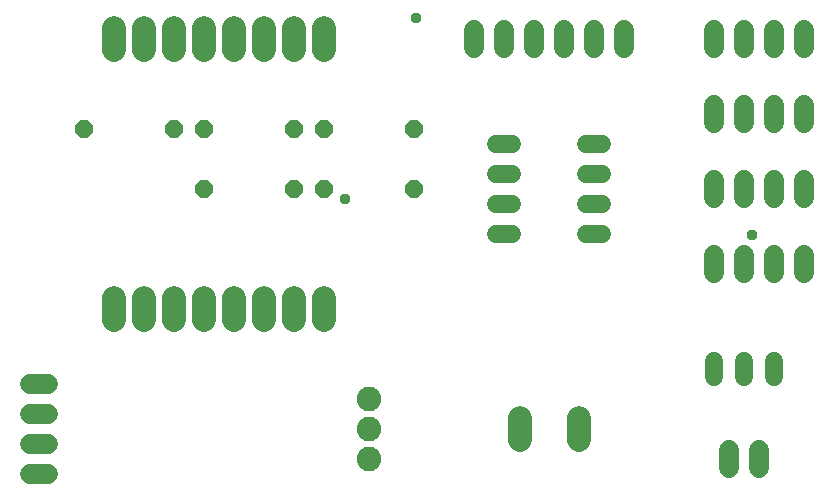
<source format=gbs>
G75*
%MOIN*%
%OFA0B0*%
%FSLAX25Y25*%
%IPPOS*%
%LPD*%
%AMOC8*
5,1,8,0,0,1.08239X$1,22.5*
%
%ADD10C,0.06800*%
%ADD11C,0.07850*%
%ADD12C,0.08000*%
%ADD13OC8,0.06000*%
%ADD14C,0.08200*%
%ADD15C,0.06000*%
%ADD16C,0.03778*%
D10*
X0013000Y0016000D02*
X0019000Y0016000D01*
X0019000Y0026000D02*
X0013000Y0026000D01*
X0013000Y0036000D02*
X0019000Y0036000D01*
X0019000Y0046000D02*
X0013000Y0046000D01*
X0161000Y0158000D02*
X0161000Y0164000D01*
X0171000Y0164000D02*
X0171000Y0158000D01*
X0181000Y0158000D02*
X0181000Y0164000D01*
X0191000Y0164000D02*
X0191000Y0158000D01*
X0201000Y0158000D02*
X0201000Y0164000D01*
X0211000Y0164000D02*
X0211000Y0158000D01*
X0241000Y0158000D02*
X0241000Y0164000D01*
X0251000Y0164000D02*
X0251000Y0158000D01*
X0261000Y0158000D02*
X0261000Y0164000D01*
X0271000Y0164000D02*
X0271000Y0158000D01*
X0271000Y0139000D02*
X0271000Y0133000D01*
X0261000Y0133000D02*
X0261000Y0139000D01*
X0251000Y0139000D02*
X0251000Y0133000D01*
X0241000Y0133000D02*
X0241000Y0139000D01*
X0241000Y0114000D02*
X0241000Y0108000D01*
X0251000Y0108000D02*
X0251000Y0114000D01*
X0261000Y0114000D02*
X0261000Y0108000D01*
X0271000Y0108000D02*
X0271000Y0114000D01*
X0271000Y0089000D02*
X0271000Y0083000D01*
X0261000Y0083000D02*
X0261000Y0089000D01*
X0251000Y0089000D02*
X0251000Y0083000D01*
X0241000Y0083000D02*
X0241000Y0089000D01*
X0246000Y0024000D02*
X0246000Y0018000D01*
X0256000Y0018000D02*
X0256000Y0024000D01*
D11*
X0195843Y0027475D02*
X0195843Y0034525D01*
X0176157Y0034525D02*
X0176157Y0027475D01*
D12*
X0111000Y0067400D02*
X0111000Y0074600D01*
X0101000Y0074600D02*
X0101000Y0067400D01*
X0091000Y0067400D02*
X0091000Y0074600D01*
X0081000Y0074600D02*
X0081000Y0067400D01*
X0071000Y0067400D02*
X0071000Y0074600D01*
X0061000Y0074600D02*
X0061000Y0067400D01*
X0051000Y0067400D02*
X0051000Y0074600D01*
X0041000Y0074600D02*
X0041000Y0067400D01*
X0041000Y0157400D02*
X0041000Y0164600D01*
X0051000Y0164600D02*
X0051000Y0157400D01*
X0061000Y0157400D02*
X0061000Y0164600D01*
X0071000Y0164600D02*
X0071000Y0157400D01*
X0081000Y0157400D02*
X0081000Y0164600D01*
X0091000Y0164600D02*
X0091000Y0157400D01*
X0101000Y0157400D02*
X0101000Y0164600D01*
X0111000Y0164600D02*
X0111000Y0157400D01*
D13*
X0111000Y0131000D03*
X0101000Y0131000D03*
X0071000Y0131000D03*
X0061000Y0131000D03*
X0031000Y0131000D03*
X0071000Y0111000D03*
X0101000Y0111000D03*
X0111000Y0111000D03*
X0141000Y0111000D03*
X0141000Y0131000D03*
D14*
X0126000Y0041000D03*
X0126000Y0031000D03*
X0126000Y0021000D03*
D15*
X0241000Y0048400D02*
X0241000Y0053600D01*
X0251000Y0053600D02*
X0251000Y0048400D01*
X0261000Y0048400D02*
X0261000Y0053600D01*
X0203600Y0096000D02*
X0198400Y0096000D01*
X0198400Y0106000D02*
X0203600Y0106000D01*
X0203600Y0116000D02*
X0198400Y0116000D01*
X0198400Y0126000D02*
X0203600Y0126000D01*
X0173600Y0126000D02*
X0168400Y0126000D01*
X0168400Y0116000D02*
X0173600Y0116000D01*
X0173600Y0106000D02*
X0168400Y0106000D01*
X0168400Y0096000D02*
X0173600Y0096000D01*
D16*
X0118000Y0107500D03*
X0141700Y0168100D03*
X0253600Y0095500D03*
M02*

</source>
